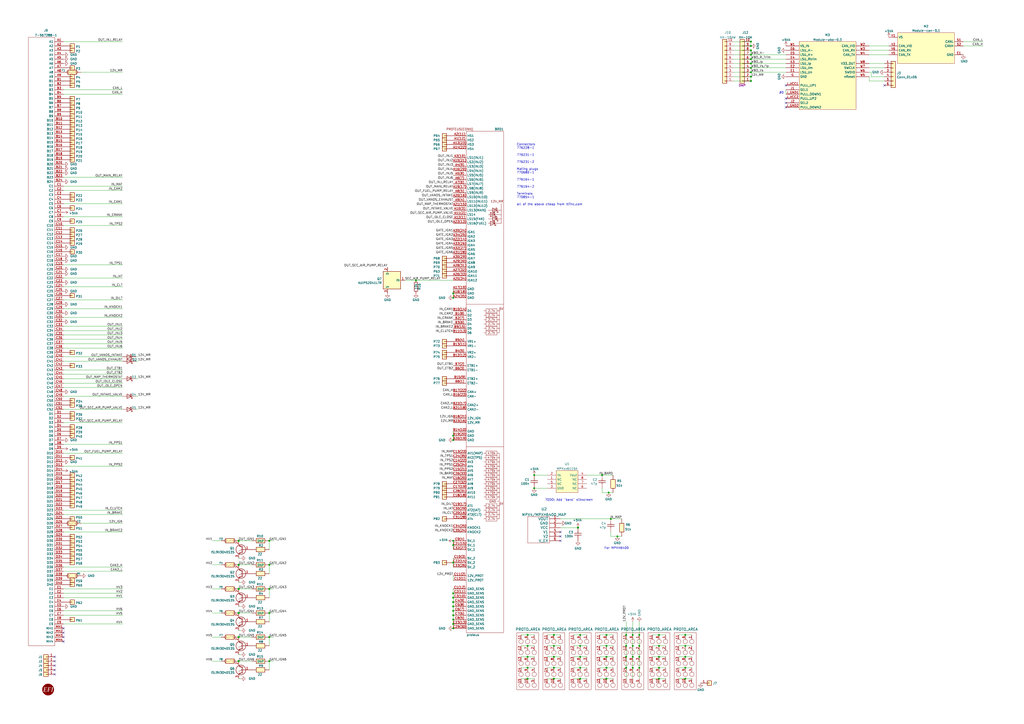
<source format=kicad_sch>
(kicad_sch (version 20210621) (generator eeschema)
  (paper "A2")
  (title_block (title "proteusM54") (date "2021-10-06") (rev "a") (company "rusEFI"))
  (junction (at 435.61 44.45))
  (junction (at 262.89 255.27))
  (junction (at 349.25 275.59))
  (junction (at 262.89 356.87))
  (junction (at 138.43 341.63) (diameter 1.016))
  (junction (at 370.84 368.3))
  (junction (at 367.03 381))
  (junction (at 382.27 387.35))
  (junction (at 336.55 374.65))
  (junction (at 138.43 383.54) (diameter 1.016))
  (junction (at 435.61 29.21))
  (junction (at 262.89 170.18))
  (junction (at 309.88 275.59))
  (junction (at 262.89 361.95))
  (junction (at 138.43 327.66) (diameter 1.016))
  (junction (at 363.22 374.65))
  (junction (at 309.88 283.21))
  (junction (at 367.03 368.3))
  (junction (at 262.89 326.39))
  (junction (at 358.14 311.15))
  (junction (at 336.55 387.35))
  (junction (at 321.31 368.3))
  (junction (at 397.51 374.65))
  (junction (at 321.31 381))
  (junction (at 397.51 381))
  (junction (at 435.61 41.91))
  (junction (at 382.27 381))
  (junction (at 351.79 368.3))
  (junction (at 336.55 381))
  (junction (at 435.61 46.99))
  (junction (at 370.84 381))
  (junction (at 354.33 300.99))
  (junction (at 382.27 374.65))
  (junction (at 156.21 341.63))
  (junction (at 397.51 368.3))
  (junction (at 435.61 34.29))
  (junction (at 335.28 306.07) (diameter 1.016))
  (junction (at 262.89 349.25))
  (junction (at 156.21 313.69))
  (junction (at 321.31 374.65))
  (junction (at 367.03 374.65))
  (junction (at 262.89 316.23))
  (junction (at 336.55 368.3))
  (junction (at 156.21 327.66))
  (junction (at 367.03 387.35))
  (junction (at 351.79 374.65))
  (junction (at 156.21 383.54))
  (junction (at 306.07 381))
  (junction (at 156.21 369.57))
  (junction (at 262.89 364.49))
  (junction (at 262.89 359.41))
  (junction (at 262.89 354.33))
  (junction (at 435.61 36.83))
  (junction (at 435.61 31.75))
  (junction (at 306.07 374.65))
  (junction (at 363.22 368.3))
  (junction (at 382.27 393.7))
  (junction (at 435.61 26.67))
  (junction (at 351.79 393.7))
  (junction (at 138.43 369.57) (diameter 1.016))
  (junction (at 435.61 39.37))
  (junction (at 397.51 393.7))
  (junction (at 262.89 252.73))
  (junction (at 363.22 381))
  (junction (at 363.22 387.35))
  (junction (at 306.07 368.3))
  (junction (at 306.07 387.35))
  (junction (at 353.06 285.75))
  (junction (at 382.27 368.3))
  (junction (at 306.07 393.7))
  (junction (at 138.43 313.69) (diameter 1.016))
  (junction (at 321.31 393.7))
  (junction (at 435.61 24.13))
  (junction (at 241.3 162.56))
  (junction (at 262.89 351.79))
  (junction (at 262.89 344.17))
  (junction (at 321.31 387.35))
  (junction (at 262.89 172.72))
  (junction (at 351.79 387.35))
  (junction (at 336.55 393.7))
  (junction (at 370.84 387.35))
  (junction (at 370.84 374.65))
  (junction (at 262.89 313.69))
  (junction (at 138.43 355.6) (diameter 1.016))
  (junction (at 397.51 387.35))
  (junction (at 262.89 346.71))
  (junction (at 156.21 355.6))
  (junction (at 351.79 381))
  (no_connect (at 325.12 313.69))
  (no_connect (at 455.93 59.69))
  (no_connect (at 31.75 383.54))
  (no_connect (at 31.75 388.62))
  (no_connect (at 31.75 381))
  (no_connect (at 31.75 386.08))
  (no_connect (at 325.12 308.61))
  (no_connect (at 455.93 62.23))
  (no_connect (at 455.93 49.53))
  (no_connect (at 36.83 367.03))
  (no_connect (at 36.83 369.57))
  (no_connect (at 36.83 372.11))
  (no_connect (at 36.83 364.49))
  (no_connect (at 325.12 311.15))
  (no_connect (at 455.93 57.15))
  (no_connect (at 31.75 391.16))
  (no_connect (at 513.08 49.53))
  (wire (pts (xy 156.21 355.6) (xy 156.21 360.68)))
  (wire (pts (xy 378.46 393.7) (xy 382.27 393.7)))
  (wire (pts (xy 358.14 311.15) (xy 360.68 311.15)))
  (wire (pts (xy 156.21 355.6) (xy 158.75 355.6)))
  (wire (pts (xy 397.51 374.65) (xy 401.32 374.65)))
  (wire (pts (xy 36.83 118.11) (xy 71.12 118.11)))
  (wire (pts (xy 309.88 275.59) (xy 317.5 275.59)))
  (wire (pts (xy 36.83 222.25) (xy 71.12 222.25)))
  (wire (pts (xy 504.19 36.83) (xy 513.08 36.83)))
  (wire (pts (xy 558.8 24.13) (xy 570.23 24.13)))
  (wire (pts (xy 363.22 360.68) (xy 363.22 368.3)))
  (wire (pts (xy 332.74 374.65) (xy 336.55 374.65)))
  (wire (pts (xy 36.83 199.39) (xy 71.12 199.39)))
  (wire (pts (xy 378.46 374.65) (xy 382.27 374.65)))
  (wire (pts (xy 349.25 275.59) (xy 355.6 275.59)))
  (wire (pts (xy 504.19 29.21) (xy 515.62 29.21)))
  (wire (pts (xy 80.01 229.87) (xy 78.74 229.87)))
  (wire (pts (xy 138.43 313.69) (xy 146.05 313.69)))
  (wire (pts (xy 435.61 31.75) (xy 455.93 31.75)))
  (wire (pts (xy 80.01 209.55) (xy 78.74 209.55)))
  (wire (pts (xy 347.98 374.65) (xy 351.79 374.65)))
  (wire (pts (xy 425.45 31.75) (xy 435.61 31.75)))
  (wire (pts (xy 504.19 26.67) (xy 515.62 26.67)))
  (wire (pts (xy 336.55 393.7) (xy 340.36 393.7)))
  (wire (pts (xy 425.45 44.45) (xy 435.61 44.45)))
  (wire (pts (xy 36.83 161.29) (xy 71.12 161.29)))
  (wire (pts (xy 358.14 311.15) (xy 354.33 311.15)))
  (wire (pts (xy 425.45 39.37) (xy 435.61 39.37)))
  (wire (pts (xy 262.89 167.64) (xy 262.89 170.18)))
  (wire (pts (xy 262.89 170.18) (xy 262.89 172.72)))
  (wire (pts (xy 504.19 41.91) (xy 505.46 41.91)))
  (wire (pts (xy 332.74 381) (xy 336.55 381)))
  (wire (pts (xy 36.83 130.81) (xy 71.12 130.81)))
  (wire (pts (xy 347.98 368.3) (xy 351.79 368.3)))
  (wire (pts (xy 317.5 393.7) (xy 321.31 393.7)))
  (wire (pts (xy 336.55 374.65) (xy 340.36 374.65)))
  (wire (pts (xy 425.45 29.21) (xy 435.61 29.21)))
  (wire (pts (xy 425.45 41.91) (xy 435.61 41.91)))
  (wire (pts (xy 139.7 393.7) (xy 138.43 393.7)))
  (wire (pts (xy 36.83 308.61) (xy 71.12 308.61)))
  (wire (pts (xy 123.19 369.57) (xy 128.27 369.57)))
  (wire (pts (xy 139.7 365.76) (xy 138.43 365.76)))
  (wire (pts (xy 156.21 341.63) (xy 156.21 346.71)))
  (wire (pts (xy 332.74 387.35) (xy 336.55 387.35)))
  (wire (pts (xy 393.7 368.3) (xy 397.51 368.3)))
  (wire (pts (xy 36.83 207.01) (xy 71.12 207.01)))
  (wire (pts (xy 351.79 393.7) (xy 355.6 393.7)))
  (wire (pts (xy 156.21 327.66) (xy 158.75 327.66)))
  (wire (pts (xy 370.84 381) (xy 370.84 387.35)))
  (wire (pts (xy 36.83 214.63) (xy 71.12 214.63)))
  (wire (pts (xy 80.01 207.01) (xy 78.74 207.01)))
  (wire (pts (xy 262.89 313.69) (xy 262.89 316.23)))
  (wire (pts (xy 262.89 316.23) (xy 262.89 318.77)))
  (wire (pts (xy 336.55 387.35) (xy 340.36 387.35)))
  (wire (pts (xy 36.83 217.17) (xy 71.12 217.17)))
  (wire (pts (xy 353.06 285.75) (xy 355.6 285.75)))
  (wire (pts (xy 335.28 306.07) (xy 325.12 306.07)))
  (wire (pts (xy 302.26 393.7) (xy 306.07 393.7)))
  (wire (pts (xy 71.12 41.91) (xy 46.99 41.91)))
  (wire (pts (xy 347.98 381) (xy 351.79 381)))
  (wire (pts (xy 325.12 300.99) (xy 354.33 300.99)))
  (wire (pts (xy 262.89 326.39) (xy 262.89 328.93)))
  (wire (pts (xy 262.89 323.85) (xy 262.89 326.39)))
  (wire (pts (xy 425.45 46.99) (xy 435.61 46.99)))
  (wire (pts (xy 36.83 224.79) (xy 71.12 224.79)))
  (wire (pts (xy 378.46 368.3) (xy 382.27 368.3)))
  (wire (pts (xy 36.83 257.81) (xy 71.12 257.81)))
  (wire (pts (xy 138.43 341.63) (xy 146.05 341.63)))
  (wire (pts (xy 397.51 387.35) (xy 401.32 387.35)))
  (wire (pts (xy 393.7 381) (xy 397.51 381)))
  (wire (pts (xy 505.46 41.91) (xy 505.46 44.45)))
  (wire (pts (xy 317.5 374.65) (xy 321.31 374.65)))
  (wire (pts (xy 36.83 346.71) (xy 71.12 346.71)))
  (wire (pts (xy 332.74 368.3) (xy 336.55 368.3)))
  (wire (pts (xy 435.61 36.83) (xy 455.93 36.83)))
  (wire (pts (xy 36.83 209.55) (xy 71.12 209.55)))
  (wire (pts (xy 36.83 229.87) (xy 71.12 229.87)))
  (wire (pts (xy 156.21 327.66) (xy 156.21 332.74)))
  (wire (pts (xy 302.26 387.35) (xy 306.07 387.35)))
  (wire (pts (xy 363.22 368.3) (xy 363.22 374.65)))
  (wire (pts (xy 378.46 381) (xy 382.27 381)))
  (wire (pts (xy 36.83 184.15) (xy 71.12 184.15)))
  (wire (pts (xy 363.22 374.65) (xy 363.22 381)))
  (wire (pts (xy 382.27 393.7) (xy 386.08 393.7)))
  (wire (pts (xy 36.83 173.99) (xy 71.12 173.99)))
  (wire (pts (xy 351.79 368.3) (xy 355.6 368.3)))
  (wire (pts (xy 321.31 393.7) (xy 325.12 393.7)))
  (wire (pts (xy 80.01 219.71) (xy 78.74 219.71)))
  (wire (pts (xy 382.27 387.35) (xy 386.08 387.35)))
  (wire (pts (xy 123.19 313.69) (xy 128.27 313.69)))
  (wire (pts (xy 139.7 337.82) (xy 138.43 337.82)))
  (wire (pts (xy 156.21 313.69) (xy 158.75 313.69)))
  (wire (pts (xy 321.31 387.35) (xy 325.12 387.35)))
  (wire (pts (xy 262.89 334.01) (xy 262.89 336.55)))
  (wire (pts (xy 382.27 374.65) (xy 386.08 374.65)))
  (wire (pts (xy 139.7 351.79) (xy 138.43 351.79)))
  (wire (pts (xy 156.21 341.63) (xy 158.75 341.63)))
  (wire (pts (xy 36.83 354.33) (xy 71.12 354.33)))
  (wire (pts (xy 340.36 275.59) (xy 349.25 275.59)))
  (wire (pts (xy 504.19 46.99) (xy 513.08 46.99)))
  (wire (pts (xy 36.83 153.67) (xy 71.12 153.67)))
  (wire (pts (xy 367.03 387.35) (xy 367.03 393.7)))
  (wire (pts (xy 367.03 368.3) (xy 367.03 374.65)))
  (wire (pts (xy 36.83 262.89) (xy 71.12 262.89)))
  (wire (pts (xy 425.45 34.29) (xy 435.61 34.29)))
  (wire (pts (xy 36.83 102.87) (xy 71.12 102.87)))
  (wire (pts (xy 306.07 381) (xy 309.88 381)))
  (wire (pts (xy 370.84 374.65) (xy 370.84 381)))
  (wire (pts (xy 302.26 381) (xy 306.07 381)))
  (wire (pts (xy 455.93 52.07) (xy 455.93 54.61)))
  (wire (pts (xy 367.03 360.68) (xy 367.03 368.3)))
  (wire (pts (xy 36.83 194.31) (xy 71.12 194.31)))
  (wire (pts (xy 370.84 387.35) (xy 370.84 393.7)))
  (wire (pts (xy 317.5 368.3) (xy 321.31 368.3)))
  (wire (pts (xy 558.8 26.67) (xy 570.23 26.67)))
  (wire (pts (xy 80.01 237.49) (xy 78.74 237.49)))
  (wire (pts (xy 36.83 110.49) (xy 71.12 110.49)))
  (wire (pts (xy 36.83 245.11) (xy 71.12 245.11)))
  (wire (pts (xy 397.51 368.3) (xy 401.32 368.3)))
  (wire (pts (xy 36.83 331.47) (xy 71.12 331.47)))
  (wire (pts (xy 351.79 387.35) (xy 355.6 387.35)))
  (wire (pts (xy 36.83 356.87) (xy 71.12 356.87)))
  (wire (pts (xy 351.79 381) (xy 355.6 381)))
  (wire (pts (xy 36.83 189.23) (xy 71.12 189.23)))
  (wire (pts (xy 435.61 41.91) (xy 455.93 41.91)))
  (wire (pts (xy 435.61 24.13) (xy 435.61 26.67)))
  (wire (pts (xy 36.83 179.07) (xy 71.12 179.07)))
  (wire (pts (xy 370.84 368.3) (xy 370.84 374.65)))
  (wire (pts (xy 393.7 393.7) (xy 397.51 393.7)))
  (wire (pts (xy 156.21 383.54) (xy 156.21 388.62)))
  (wire (pts (xy 123.19 383.54) (xy 128.27 383.54)))
  (wire (pts (xy 302.26 368.3) (xy 306.07 368.3)))
  (wire (pts (xy 435.61 29.21) (xy 435.61 31.75)))
  (wire (pts (xy 504.19 44.45) (xy 504.19 46.99)))
  (wire (pts (xy 336.55 381) (xy 340.36 381)))
  (wire (pts (xy 139.7 323.85) (xy 138.43 323.85)))
  (wire (pts (xy 425.45 36.83) (xy 435.61 36.83)))
  (wire (pts (xy 123.19 327.66) (xy 128.27 327.66)))
  (wire (pts (xy 353.06 285.75) (xy 349.25 285.75)))
  (wire (pts (xy 123.19 355.6) (xy 128.27 355.6)))
  (wire (pts (xy 306.07 374.65) (xy 309.88 374.65)))
  (wire (pts (xy 36.83 191.77) (xy 71.12 191.77)))
  (wire (pts (xy 36.83 52.07) (xy 71.12 52.07)))
  (wire (pts (xy 367.03 381) (xy 367.03 387.35)))
  (wire (pts (xy 321.31 368.3) (xy 325.12 368.3)))
  (wire (pts (xy 36.83 107.95) (xy 71.12 107.95)))
  (wire (pts (xy 332.74 393.7) (xy 336.55 393.7)))
  (wire (pts (xy 354.33 311.15) (xy 354.33 308.61)))
  (wire (pts (xy 262.89 250.19) (xy 262.89 252.73)))
  (wire (pts (xy 262.89 252.73) (xy 262.89 255.27)))
  (wire (pts (xy 435.61 44.45) (xy 435.61 46.99)))
  (wire (pts (xy 306.07 368.3) (xy 309.88 368.3)))
  (wire (pts (xy 367.03 374.65) (xy 367.03 381)))
  (wire (pts (xy 504.19 31.75) (xy 515.62 31.75)))
  (wire (pts (xy 36.83 298.45) (xy 71.12 298.45)))
  (wire (pts (xy 347.98 393.7) (xy 351.79 393.7)))
  (wire (pts (xy 123.19 341.63) (xy 128.27 341.63)))
  (wire (pts (xy 397.51 381) (xy 401.32 381)))
  (wire (pts (xy 363.22 381) (xy 363.22 387.35)))
  (wire (pts (xy 138.43 369.57) (xy 146.05 369.57)))
  (wire (pts (xy 156.21 313.69) (xy 156.21 318.77)))
  (wire (pts (xy 309.88 283.21) (xy 317.5 283.21)))
  (wire (pts (xy 138.43 355.6) (xy 146.05 355.6)))
  (wire (pts (xy 425.45 26.67) (xy 435.61 26.67)))
  (wire (pts (xy 504.19 39.37) (xy 513.08 39.37)))
  (wire (pts (xy 317.5 387.35) (xy 321.31 387.35)))
  (wire (pts (xy 306.07 387.35) (xy 309.88 387.35)))
  (wire (pts (xy 363.22 387.35) (xy 363.22 393.7)))
  (wire (pts (xy 397.51 393.7) (xy 401.32 393.7)))
  (wire (pts (xy 36.83 166.37) (xy 71.12 166.37)))
  (wire (pts (xy 425.45 24.13) (xy 435.61 24.13)))
  (wire (pts (xy 336.55 368.3) (xy 340.36 368.3)))
  (wire (pts (xy 306.07 393.7) (xy 309.88 393.7)))
  (wire (pts (xy 370.84 360.68) (xy 370.84 368.3)))
  (wire (pts (xy 156.21 383.54) (xy 158.75 383.54)))
  (wire (pts (xy 36.83 24.13) (xy 71.12 24.13)))
  (wire (pts (xy 354.33 300.99) (xy 360.68 300.99)))
  (wire (pts (xy 241.3 162.56) (xy 262.89 162.56)))
  (wire (pts (xy 393.7 374.65) (xy 397.51 374.65)))
  (wire (pts (xy 36.83 219.71) (xy 71.12 219.71)))
  (wire (pts (xy 382.27 381) (xy 386.08 381)))
  (wire (pts (xy 349.25 285.75) (xy 349.25 283.21)))
  (wire (pts (xy 36.83 344.17) (xy 71.12 344.17)))
  (wire (pts (xy 505.46 44.45) (xy 513.08 44.45)))
  (wire (pts (xy 262.89 349.25) (xy 262.89 351.79)))
  (wire (pts (xy 262.89 351.79) (xy 262.89 354.33)))
  (wire (pts (xy 262.89 346.71) (xy 262.89 349.25)))
  (wire (pts (xy 262.89 344.17) (xy 262.89 346.71)))
  (wire (pts (xy 262.89 341.63) (xy 262.89 344.17)))
  (wire (pts (xy 262.89 356.87) (xy 262.89 359.41)))
  (wire (pts (xy 262.89 354.33) (xy 262.89 356.87)))
  (wire (pts (xy 262.89 359.41) (xy 262.89 361.95)))
  (wire (pts (xy 262.89 361.95) (xy 262.89 364.49)))
  (wire (pts (xy 36.83 361.95) (xy 71.12 361.95)))
  (wire (pts (xy 139.7 379.73) (xy 138.43 379.73)))
  (wire (pts (xy 393.7 387.35) (xy 397.51 387.35)))
  (wire (pts (xy 347.98 387.35) (xy 351.79 387.35)))
  (wire (pts (xy 234.95 162.56) (xy 241.3 162.56)))
  (wire (pts (xy 36.83 196.85) (xy 71.12 196.85)))
  (wire (pts (xy 156.21 369.57) (xy 158.75 369.57)))
  (wire (pts (xy 382.27 368.3) (xy 386.08 368.3)))
  (wire (pts (xy 36.83 54.61) (xy 71.12 54.61)))
  (wire (pts (xy 435.61 39.37) (xy 455.93 39.37)))
  (wire (pts (xy 36.83 270.51) (xy 71.12 270.51)))
  (wire (pts (xy 317.5 381) (xy 321.31 381)))
  (wire (pts (xy 378.46 387.35) (xy 382.27 387.35)))
  (wire (pts (xy 321.31 381) (xy 325.12 381)))
  (wire (pts (xy 36.83 295.91) (xy 71.12 295.91)))
  (wire (pts (xy 36.83 201.93) (xy 71.12 201.93)))
  (wire (pts (xy 36.83 341.63) (xy 71.12 341.63)))
  (wire (pts (xy 138.43 327.66) (xy 146.05 327.66)))
  (wire (pts (xy 36.83 237.49) (xy 71.12 237.49)))
  (wire (pts (xy 156.21 369.57) (xy 156.21 374.65)))
  (wire (pts (xy 351.79 374.65) (xy 355.6 374.65)))
  (wire (pts (xy 138.43 383.54) (xy 146.05 383.54)))
  (wire (pts (xy 36.83 125.73) (xy 71.12 125.73)))
  (wire (pts (xy 321.31 374.65) (xy 325.12 374.65)))
  (wire (pts (xy 36.83 328.93) (xy 71.12 328.93)))
  (wire (pts (xy 435.61 34.29) (xy 455.93 34.29)))
  (wire (pts (xy 302.26 374.65) (xy 306.07 374.65)))
  (wire (pts (xy 71.12 303.53) (xy 46.99 303.53)))
  (text "Connectors\n776228-1\n\n776231-1\n\n776231-2\n\nMating plugs\n770680-1\n\n776164-1\n\n776164-2\n\nTerminals\n770854-1\n\nall of the above cheap from ttiinc.com" (at 299.72 119.38 0) (effects (font (size 1.27 1.27)) (justify left bottom)))
  (text "For MPXH6400" (at 350.52 318.77 0) (effects (font (size 1.27 1.27)) (justify left bottom)))
  (text "TODO: Add \"baro\" silkscreen" (at 316.23 290.83 0) (effects (font (size 1.27 1.27)) (justify left bottom)))
  (text "#0" (at 454.66 54.61 180) (effects (font (size 1.27 1.27)) (justify right bottom)))
  (label "OUT_SEC_AIR_PUMP_VALVE" (at 71.12 237.49 180))
  (label "WBO_Vs{slash}Ip" (at 435.61 39.37 0))
  (label "12V_MR" (at 71.12 41.91 180))
  (label "IN_TPS2" (at 262.89 267.97 180))
  (label "IN_MAF" (at 262.89 278.13 180))
  (label "OUT_IGN6" (at 138.43 383.54 0))
  (label "IN_CLUTCH" (at 262.89 193.04 180))
  (label "HV2" (at 71.12 344.17 180))
  (label "IN_IAT" (at 262.89 295.91 180))
  (label "12V_MR" (at 80.01 209.55 0))
  (label "GATE_IGN4" (at 262.89 142.24 180))
  (label "CAN2_H" (at 71.12 328.93 180))
  (label "OUT_INJ4" (at 71.12 196.85 180))
  (label "OUT_IDLE_OPEN" (at 262.89 129.54 180))
  (label "OUT_SEC_AIR_PUMP_RELAY" (at 71.12 245.11 180))
  (label "HV1" (at 123.19 313.69 180))
  (label "OUT_INJ3" (at 71.12 194.31 180))
  (label "IN_BARO" (at 262.89 275.59 180))
  (label "IN_CAM1" (at 71.12 118.11 180))
  (label "IN_OILT" (at 262.89 293.37 180))
  (label "OUT_IDLE_CLOSE" (at 262.89 127 180))
  (label "CAN_H" (at 262.89 227.33 180))
  (label "OUT_INTAKE_VALVE" (at 71.12 229.87 180))
  (label "IN_CLT" (at 71.12 166.37 180))
  (label "OUT_MAIN_RELAY" (at 262.89 109.22 180))
  (label "GATE_IGN3" (at 156.21 341.63 0))
  (label "IN_PPS2" (at 262.89 273.05 180))
  (label "OUT_INJ1" (at 71.12 189.23 180))
  (label "IN_CRANK" (at 71.12 125.73 180))
  (label "OUT_INJ6" (at 71.12 201.93 180))
  (label "HV5" (at 123.19 369.57 180))
  (label "OUT_IDLE_OPEN" (at 71.12 224.79 180))
  (label "OUT_ETB1" (at 262.89 212.09 180))
  (label "CAN_L" (at 71.12 52.07 180))
  (label "GATE_IGN5" (at 262.89 144.78 180))
  (label "OUT_IGN3" (at 138.43 341.63 0))
  (label "OUT_ETB1" (at 71.12 214.63 180))
  (label "OUT_INJ4" (at 262.89 99.06 180))
  (label "OUT_IGN2" (at 138.43 327.66 0))
  (label "12V_IGN" (at 262.89 242.57 180))
  (label "GATE_IGN6" (at 262.89 147.32 180))
  (label "IN_TPS1" (at 71.12 153.67 180))
  (label "IN_PPS1" (at 262.89 270.51 180))
  (label "IN_CAM1" (at 262.89 180.34 180))
  (label "IN_BRAKE2" (at 262.89 190.5 180))
  (label "GATE_IGN1" (at 262.89 134.62 180))
  (label "OUT_INJ_RELAY" (at 71.12 24.13 180))
  (label "OUT_SEC_AIR_PUMP_RELAY" (at 224.79 154.94 180))
  (label "12V_MR" (at 80.01 207.01 0))
  (label "IN_KNOCK1" (at 71.12 179.07 180))
  (label "OUT_INJ5" (at 262.89 101.6 180))
  (label "OUT_INJ1" (at 262.89 91.44 180))
  (label "IN_MAP" (at 262.89 262.89 180))
  (label "HV3" (at 123.19 341.63 180))
  (label "OUT_INJ3" (at 262.89 96.52 180))
  (label "HV6" (at 71.12 354.33 180))
  (label "HV3" (at 71.12 341.63 180))
  (label "IN_MAP" (at 360.68 300.99 180))
  (label "IN_PPS2" (at 71.12 270.51 180))
  (label "GATE_IGN2" (at 262.89 137.16 180))
  (label "CAN_L" (at 570.23 24.13 180))
  (label "GATE_IGN5" (at 156.21 369.57 0))
  (label "HV1" (at 71.12 346.71 180))
  (label "GATE_IGN2" (at 156.21 327.66 0))
  (label "12V_MR" (at 262.89 245.11 180))
  (label "OUT_INJ_RELAY" (at 262.89 106.68 180))
  (label "OUT_SEC_AIR_PUMP_VALVE" (at 262.89 124.46 180))
  (label "IN_TPS2" (at 71.12 130.81 180))
  (label "IN_KNOCK2" (at 262.89 308.61 180))
  (label "OUT_MAP_THERMOSTAT" (at 262.89 119.38 180))
  (label "CAN_L" (at 262.89 229.87 180))
  (label "GATE_IGN6" (at 156.21 383.54 0))
  (label "HV4" (at 71.12 361.95 180))
  (label "OUT_IDLE_CLOSE" (at 71.12 222.25 180))
  (label "SEC_AIR_PUMP_RELAY" (at 234.95 162.56 0))
  (label "12V_IGN" (at 71.12 303.53 180))
  (label "OUT_IGN5" (at 138.43 369.57 0))
  (label "CAN_H" (at 71.12 54.61 180))
  (label "HV5" (at 71.12 356.87 180))
  (label "GATE_IGN4" (at 156.21 355.6 0))
  (label "OUT_INJ5" (at 71.12 199.39 180))
  (label "12V_MR" (at 80.01 219.71 0))
  (label "12V_PROT" (at 262.89 334.01 180))
  (label "OUT_INTAKE_VALVE" (at 262.89 121.92 180))
  (label "OUT_VANOS_INTAKE" (at 262.89 114.3 180))
  (label "CAN2_H" (at 262.89 234.95 180))
  (label "OUT_FUEL_PUMP_RELAY" (at 71.12 262.89 180))
  (label "OUT_ETB2" (at 71.12 217.17 180))
  (label "OUT_MAIN_RELAY" (at 71.12 102.87 180))
  (label "IN_OILT" (at 71.12 173.99 180))
  (label "CAN2_L" (at 262.89 237.49 180))
  (label "IN_BRAKE" (at 71.12 298.45 180))
  (label "OUT_MAP_THERMOSTAT" (at 71.12 219.71 180))
  (label "OUT_IGN1" (at 138.43 313.69 0))
  (label "IN_CLUTCH" (at 71.12 295.91 180))
  (label "HV4" (at 123.19 355.6 180))
  (label "IN_KNOCK1" (at 262.89 306.07 180))
  (label "GATE_IGN3" (at 262.89 139.7 180))
  (label "GATE_IGN1" (at 156.21 313.69 0))
  (label "OUT_FUEL_PUMP_RELAY" (at 262.89 111.76 180))
  (label "IN_PPS1" (at 71.12 257.81 180))
  (label "IN_CRANK" (at 262.89 185.42 180))
  (label "IN_TPS1" (at 262.89 265.43 180))
  (label "IN_BARO" (at 355.6 275.59 180))
  (label "WBO_H-" (at 435.61 31.75 0))
  (label "OUT_VANOS_EXHAUST" (at 262.89 116.84 180))
  (label "12V_PROT" (at 363.22 360.68 90))
  (label "12V_MR" (at 80.01 237.49 0))
  (label "IN_KNOCK2" (at 71.12 184.15 180))
  (label "WBO_Vs" (at 435.61 41.91 0))
  (label "12V_MR" (at 435.61 44.45 0))
  (label "HV6" (at 123.19 383.54 180))
  (label "OUT_INJ2" (at 262.89 93.98 180))
  (label "IN_BRAKE2" (at 71.12 308.61 180))
  (label "WBO_R_Trim" (at 435.61 34.29 0))
  (label "IN_MAF" (at 71.12 107.95 180))
  (label "CAN2_L" (at 71.12 331.47 180))
  (label "IN_CAM2" (at 262.89 182.88 180))
  (label "12V_MR" (at 80.01 229.87 0))
  (label "OUT_VANOS_EXHAUST" (at 71.12 209.55 180))
  (label "OUT_VANOS_INTAKE" (at 71.12 207.01 180))
  (label "OUT_INJ2" (at 71.12 191.77 180))
  (label "IN_BRAKE" (at 262.89 187.96 180))
  (label "OUT_INJ6" (at 262.89 104.14 180))
  (label "OUT_IGN4" (at 138.43 355.6 0))
  (label "IN_CAM2" (at 71.12 110.49 180))
  (label "WBO_Ip" (at 435.61 36.83 0))
  (label "CAN_H" (at 570.23 26.67 180))
  (label "OUT_ETB2" (at 262.89 214.63 180))
  (label "HV2" (at 123.19 327.66 180))
  (label "IN_CLT" (at 262.89 298.45 180))
  (label "IN_IAT" (at 71.12 161.29 180))
  (symbol (lib_id "hellen-one-common:Pad") (at 257.81 288.29 180) (unit 1)
    (property "Reference" "P81" (at 253.3015 288.29 0))
    (property "Value" "Pad" (effects hide))
    (property "Footprint" "hellen-one-common:PAD-TH" (effects hide))
  )
  (symbol (lib_id "hellen-one-common:Fuse-Pad-Pad") (at 133.35 327.66 0) (unit 1)
    (property "Reference" "F4" (at 128.27 326.5748 0) (effects (font (size 1.016 1.016))))
    (property "Value" "10A" (effects hide))
    (property "Footprint" "hellen-one-common:36911600000" (effects hide))
    (property "LCSC" "C354908" (effects hide))
  )
  (symbol (lib_id "power:GND") (at 139.7 393.7 90) (unit 1)
    (property "Reference" "#PWR0128" (effects hide))
    (property "Value" "GND" (at 146.1834 393.6492 90))
  )
  (symbol (lib_id "hellen-one-common:Pad") (at 257.81 200.66 180) (unit 1)
    (property "Reference" "P73" (at 253.3015 200.66 0))
    (property "Value" "Pad" (effects hide))
    (property "Footprint" "hellen-one-common:PAD-TH" (effects hide))
  )
  (symbol (lib_id "hellen-one-common:Pad") (at 41.91 133.35 0) (unit 1)
    (property "Reference" "P26" (at 43.9421 133.829 0) (effects (justify left)))
    (property "Value" "Pad" (effects hide))
    (property "Footprint" "hellen-one-common:PAD-TH" (effects hide))
  )
  (symbol (lib_id "power:+5VA") (at 36.83 123.19 270) (unit 1)
    (property "Reference" "#PWR0105" (effects hide))
    (property "Value" "+5VA" (at 40.0051 123.669 90) (effects (justify left)))
  )
  (symbol (lib_id "hellen-one-common:Pad") (at 257.81 285.75 180) (unit 1)
    (property "Reference" "P80" (at 253.3015 285.75 0))
    (property "Value" "Pad" (effects hide))
    (property "Footprint" "hellen-one-common:PAD-TH" (effects hide))
  )
  (symbol (lib_id "hellen-one-common:PROTO_AREA") (at 340.36 367.03 270) (unit 1)
    (property "Reference" "G4" (effects hide))
    (property "Value" "PROTO_AREA" (at 329.5555 365.0663 90) (effects (font (size 1.524 1.524)) (justify left)))
    (property "Footprint" "hellen-one-common:PROTO_AREA" (effects hide))
  )
  (symbol (lib_id "power:GND") (at 358.14 311.15 0) (unit 1)
    (property "Reference" "#PWR07" (effects hide))
    (property "Value" "GND" (at 360.1336 314.9868 0) (effects (justify right)))
  )
  (symbol (lib_id "power:GND") (at 262.89 364.49 270) (unit 1)
    (property "Reference" "#PWR0121" (effects hide))
    (property "Value" "GND" (at 256.4066 364.5408 90))
  )
  (symbol (lib_id "power:GND") (at 36.83 36.83 90) (unit 1)
    (property "Reference" "#PWR0118" (effects hide))
    (property "Value" "GND" (at 40.64 36.83 90) (effects (justify right)))
  )
  (symbol (lib_id "hellen-one-common:Pad") (at 41.91 92.71 0) (unit 1)
    (property "Reference" "P21" (at 43.9421 93.189 0) (effects (justify left)))
    (property "Value" "Pad" (effects hide))
    (property "Footprint" "hellen-one-common:PAD-TH" (effects hide))
  )
  (symbol (lib_id "hellen-one-common:Pad") (at 41.91 323.85 0) (unit 1)
    (property "Reference" "P57" (at 43.9421 324.329 0) (effects (justify left)))
    (property "Value" "Pad" (effects hide))
    (property "Footprint" "hellen-one-common:PAD-TH" (effects hide))
  )
  (symbol (lib_id "hellen-one-common:Pad") (at 257.81 83.82 180) (unit 1)
    (property "Reference" "P66" (at 253.3015 83.82 0))
    (property "Value" "Pad" (effects hide))
    (property "Footprint" "hellen-one-common:PAD-TH" (effects hide))
  )
  (symbol (lib_id "hellen-one-common:Pad") (at 41.91 120.65 0) (unit 1)
    (property "Reference" "P24" (at 43.9421 121.129 0) (effects (justify left)))
    (property "Value" "Pad" (effects hide))
    (property "Footprint" "hellen-one-common:PAD-TH" (effects hide))
  )
  (symbol (lib_id "power:GND") (at 36.83 156.21 90) (unit 1)
    (property "Reference" "#PWR0109" (effects hide))
    (property "Value" "GND" (at 40.64 156.21 90) (effects (justify right)))
  )
  (symbol (lib_id "hellen-one-common:Pad") (at 257.81 300.99 180) (unit 1)
    (property "Reference" "P82" (at 253.3015 300.99 0))
    (property "Value" "Pad" (effects hide))
    (property "Footprint" "hellen-one-common:PAD-TH" (effects hide))
  )
  (symbol (lib_id "Device:Q_NIGBT_GCE") (at 140.97 388.62 0) (mirror y) (unit 1)
    (property "Reference" "Q6" (at 136.1185 387.8591 0) (effects (justify left)))
    (property "Value" "ISL9V3040S3S" (at 136.1185 390.1578 0) (effects (justify left)))
    (property "Footprint" "Package_TO_SOT_SMD:TO-263-2" (effects hide))
    (property "LCSC" "C898702" (effects hide))
  )
  (symbol (lib_id "hellen-one-common:Pad") (at 41.91 232.41 0) (unit 1)
    (property "Reference" "P34" (at 43.9421 232.889 0) (effects (justify left)))
    (property "Value" "Pad" (effects hide))
    (property "Footprint" "hellen-one-common:PAD-TH" (effects hide))
  )
  (symbol (lib_id "Device:D_Schottky") (at 74.93 237.49 180) (unit 1)
    (property "Reference" "D5" (at 77.6709 236.4766 0))
    (property "Value" "D_Schottky" (effects hide))
    (property "Footprint" "Diode_SMD:D_SMA" (effects hide))
    (property "LCSC" "C8678" (effects hide))
    (property "LCSC_ext" "0" (effects hide))
  )
  (symbol (lib_id "hellen-one-common:Pad") (at 257.81 86.36 180) (unit 1)
    (property "Reference" "P67" (at 253.3015 86.36 0))
    (property "Value" "Pad" (effects hide))
    (property "Footprint" "hellen-one-common:PAD-TH" (effects hide))
  )
  (symbol (lib_id "hellen-one-common:Pad") (at 257.81 326.39 180) (unit 1)
    (property "Reference" "P83" (at 253.3015 326.39 0))
    (property "Value" "Pad" (effects hide))
    (property "Footprint" "hellen-one-common:PAD-TH" (effects hide))
  )
  (symbol (lib_id "hellen-one-common:Pad") (at 257.81 81.28 180) (unit 1)
    (property "Reference" "P65" (at 253.3015 81.28 0))
    (property "Value" "Pad" (effects hide))
    (property "Footprint" "hellen-one-common:PAD-TH" (effects hide))
  )
  (symbol (lib_id "hellen-one-common:Res") (at 355.6 275.59 270) (unit 1)
    (property "Reference" "R5" (at 359.1981 278.9901 90))
    (property "Value" "51k" (at 359.2599 281.6183 90))
    (property "Footprint" "hellen-one-common:R0603" (effects hide))
    (property "LCSC" "C23196" (effects hide))
  )
  (symbol (lib_id "hellen-one-wbo-0.3:Module-wbo-0.3") (at 496.57 24.13 0) (mirror y) (unit 1)
    (property "Reference" "M3" (at 480.06 20.2904 0))
    (property "Value" "Module-wbo-0.3" (at 480.06 23.0655 0))
    (property "Footprint" "hellen-one-wbo-0.3:wbo" (effects hide))
  )
  (symbol (lib_id "hellen-one-common:Pad") (at 41.91 62.23 0) (unit 1)
    (property "Reference" "P9" (at 43.9421 62.709 0) (effects (justify left)))
    (property "Value" "Pad" (effects hide))
    (property "Footprint" "hellen-one-common:PAD-TH" (effects hide))
  )
  (symbol (lib_id "hellen-one-common:Pad") (at 41.91 29.21 0) (unit 1)
    (property "Reference" "P2" (at 43.9421 29.689 0) (effects (justify left)))
    (property "Value" "Pad" (effects hide))
    (property "Footprint" "hellen-one-common:PAD-TH" (effects hide))
  )
  (symbol (lib_id "hellen-one-common:Pad") (at 41.91 313.69 0) (unit 1)
    (property "Reference" "P53" (at 43.9421 314.169 0) (effects (justify left)))
    (property "Value" "Pad" (effects hide))
    (property "Footprint" "hellen-one-common:PAD-TH" (effects hide))
  )
  (symbol (lib_id "hellen-one-common:Pad") (at 41.91 39.37 0) (unit 1)
    (property "Reference" "P3" (at 43.9421 39.849 0) (effects (justify left)))
    (property "Value" "Pad" (effects hide))
    (property "Footprint" "hellen-one-common:PAD-TH" (effects hide))
  )
  (symbol (lib_id "Device:D_Schottky") (at 74.93 229.87 180) (unit 1)
    (property "Reference" "D4" (at 77.6709 228.8566 0))
    (property "Value" "D_Schottky" (effects hide))
    (property "Footprint" "Diode_SMD:D_SMA" (effects hide))
    (property "LCSC" "C8678" (effects hide))
    (property "LCSC_ext" "0" (effects hide))
  )
  (symbol (lib_id "hellen-one-common:Pad") (at 257.81 160.02 180) (unit 1)
    (property "Reference" "P71" (at 253.3015 160.02 0))
    (property "Value" "Pad" (effects hide))
    (property "Footprint" "hellen-one-common:PAD-TH" (effects hide))
  )
  (symbol (lib_id "hellen-one-common:Pad") (at 41.91 278.13 0) (unit 1)
    (property "Reference" "P43" (at 43.9421 278.609 0) (effects (justify left)))
    (property "Value" "Pad" (effects hide))
    (property "Footprint" "hellen-one-common:PAD-TH" (effects hide))
  )
  (symbol (lib_id "power:+5VA") (at 455.93 26.67 0) (unit 1)
    (property "Reference" "#PWR0142" (effects hide))
    (property "Value" "+5VA" (at 455.93 23.1226 0))
  )
  (symbol (lib_id "hellen-one-common:Pad") (at 41.91 349.25 0) (unit 1)
    (property "Reference" "P62" (at 43.9421 349.729 0) (effects (justify left)))
    (property "Value" "Pad" (effects hide))
    (property "Footprint" "hellen-one-common:PAD-TH" (effects hide))
  )
  (symbol (lib_id "hellen-one-common:Pad") (at 41.91 67.31 0) (unit 1)
    (property "Reference" "P11" (at 43.9421 67.789 0) (effects (justify left)))
    (property "Value" "Pad" (effects hide))
    (property "Footprint" "hellen-one-common:PAD-TH" (effects hide))
  )
  (symbol (lib_id "power:GND") (at 36.83 34.29 90) (unit 1)
    (property "Reference" "#PWR0119" (effects hide))
    (property "Value" "GND" (at 40.64 34.29 90) (effects (justify right)))
  )
  (symbol (lib_id "power:+5VA") (at 309.88 275.59 0) (unit 1)
    (property "Reference" "#PWR0137" (effects hide))
    (property "Value" "+5VA" (at 309.88 272.0426 0))
  )
  (symbol (lib_id "hellen-one-common:Pad") (at 41.91 80.01 0) (unit 1)
    (property "Reference" "P16" (at 43.9421 80.489 0) (effects (justify left)))
    (property "Value" "Pad" (effects hide))
    (property "Footprint" "hellen-one-common:PAD-TH" (effects hide))
  )
  (symbol (lib_id "hellen-one-common:Pad") (at 41.91 252.73 0) (unit 1)
    (property "Reference" "P40" (at 43.9421 253.209 0) (effects (justify left)))
    (property "Value" "Pad" (effects hide))
    (property "Footprint" "hellen-one-common:PAD-TH" (effects hide))
  )
  (symbol (lib_id "hellen-one-common:Pad") (at 41.91 26.67 0) (unit 1)
    (property "Reference" "P1" (at 43.9421 27.149 0) (effects (justify left)))
    (property "Value" "Pad" (effects hide))
    (property "Footprint" "hellen-one-common:PAD-TH" (effects hide))
  )
  (symbol (lib_id "Device:D_Schottky") (at 74.93 207.01 180) (unit 1)
    (property "Reference" "D1" (at 77.6709 205.9966 0))
    (property "Value" "D_Schottky" (effects hide))
    (property "Footprint" "Diode_SMD:D_SMA" (effects hide))
    (property "LCSC" "C8678" (effects hide))
    (property "LCSC_ext" "0" (effects hide))
  )
  (symbol (lib_id "hellen-one-common:Pad") (at 41.91 336.55 0) (unit 1)
    (property "Reference" "P59" (at 43.9421 337.029 0) (effects (justify left)))
    (property "Value" "Pad" (effects hide))
    (property "Footprint" "hellen-one-common:PAD-TH" (effects hide))
  )
  (symbol (lib_id "rusefi_logo:RUSEFI_LOGO") (at 27.94 400.05 0) (unit 1)
    (property "Reference" "G1" (effects hide))
    (property "Value" "RUSEFI_LOGO" (effects hide))
    (property "Footprint" "kicad6-libraries:rusefi_logo" (effects hide))
  )
  (symbol (lib_id "hellen-one-common:Jumper-Pad-Pad") (at 41.91 334.01 0) (unit 1)
    (property "Reference" "R1" (at 45.72 332.74 0) (effects (font (size 1.016 1.016))))
    (property "Value" "Jumper-Pad-Pad" (effects hide))
    (property "Footprint" "hellen-one-common:PAD-0805-PAD" (effects hide))
    (property "LCSC" "C17477" (effects hide))
  )
  (symbol (lib_id "power:GND") (at 353.06 285.75 0) (unit 1)
    (property "Reference" "#PWR0136" (effects hide))
    (property "Value" "GND" (at 355.0536 289.5868 0) (effects (justify right)))
  )
  (symbol (lib_id "hellen-one-common:Res") (at 146.05 360.68 0) (mirror x) (unit 1)
    (property "Reference" "R7" (at 151.372 358.3318 0))
    (property "Value" "22" (at 150.8161 363.3556 0))
    (property "Footprint" "hellen-one-common:R0603" (effects hide))
    (property "LCSC" "C23345" (effects hide))
  )
  (symbol (lib_id "Connector_Generic:Conn_01x06") (at 518.16 41.91 0) (unit 1)
    (property "Reference" "J3" (at 520.1921 42.4191 0) (effects (justify left)))
    (property "Value" "Conn_01x06" (at 520.1921 44.7178 0) (effects (justify left)))
    (property "Footprint" "Connector_PinHeader_2.54mm:PinHeader_1x06_P2.54mm_Vertical" (effects hide))
  )
  (symbol (lib_id "Connector_Generic:Conn_01x01") (at 411.48 396.24 0) (unit 1)
    (property "Reference" "J7" (at 413.512 396.3416 0) (effects (justify left)))
    (property "Value" "Conn_01x01" (effects hide))
    (property "Footprint" "TestPoint:TestPoint_Pad_D4.0mm" (effects hide))
  )
  (symbol (lib_id "hellen-one-common:Pad") (at 257.81 280.67 180) (unit 1)
    (property "Reference" "P78" (at 253.3015 280.67 0))
    (property "Value" "Pad" (effects hide))
    (property "Footprint" "hellen-one-common:PAD-TH" (effects hide))
  )
  (symbol (lib_id "Connector_Generic:Conn_01x01") (at 26.67 381 0) (mirror y) (unit 1)
    (property "Reference" "J1" (at 24.638 381.1016 0) (effects (justify left)))
    (property "Value" "Conn_01x01" (effects hide))
    (property "Footprint" "MountingHole:MountingHole_3.5mm" (effects hide))
  )
  (symbol (lib_id "Device:Q_NIGBT_GCE") (at 140.97 360.68 0) (mirror y) (unit 1)
    (property "Reference" "Q4" (at 136.1185 359.9191 0) (effects (justify left)))
    (property "Value" "ISL9V3040S3S" (at 136.1185 362.2178 0) (effects (justify left)))
    (property "Footprint" "Package_TO_SOT_SMD:TO-263-2" (effects hide))
    (property "LCSC" "C898702" (effects hide))
  )
  (symbol (lib_id "hellen-one-common:Pad") (at 257.81 157.48 180) (unit 1)
    (property "Reference" "P63" (at 253.3015 157.48 0))
    (property "Value" "Pad" (effects hide))
    (property "Footprint" "hellen-one-common:PAD-TH" (effects hide))
  )
  (symbol (lib_id "hellen-one-common:Fuse-Pad-Pad") (at 133.35 341.63 0) (unit 1)
    (property "Reference" "F5" (at 128.27 340.5448 0) (effects (font (size 1.016 1.016))))
    (property "Value" "10A" (effects hide))
    (property "Footprint" "hellen-one-common:36911600000" (effects hide))
    (property "LCSC" "C354908" (effects hide))
  )
  (symbol (lib_id "Connector_Generic:Conn_01x10") (at 430.53 36.83 180) (unit 1) (in_bom no) (on_board no)
    (property "Reference" "J12" (at 432.3715 18.8934 0))
    (property "Value" "XH-10A" (at 432.3715 21.6685 0))
    (property "Footprint" "Connector_JST:JST_XH_B10B-XH-A_1x10_P2.50mm_Vertical" (effects hide))
    (property "LCSC" "C8885" (effects hide))
    (property "MyComment" "DNP" (at 430.53 49.53 0))
  )
  (symbol (lib_id "power:+5VA") (at 262.89 313.69 90) (unit 1)
    (property "Reference" "#PWR0122" (effects hide))
    (property "Value" "+5VA" (at 259.7149 313.211 90) (effects (justify left)))
  )
  (symbol (lib_id "hellen-one-common:Pad") (at 41.91 146.05 0) (unit 1)
    (property "Reference" "P30" (at 43.9421 146.529 0) (effects (justify left)))
    (property "Value" "Pad" (effects hide))
    (property "Footprint" "hellen-one-common:PAD-TH" (effects hide))
  )
  (symbol (lib_id "Device:D_Schottky") (at 74.93 219.71 180) (unit 1)
    (property "Reference" "D3" (at 77.6709 218.6966 0))
    (property "Value" "D_Schottky" (effects hide))
    (property "Footprint" "Diode_SMD:D_SMA" (effects hide))
    (property "LCSC" "C8678" (effects hide))
    (property "LCSC_ext" "0" (effects hide))
  )
  (symbol (lib_id "hellen-one-common:Pad") (at 41.91 318.77 0) (unit 1)
    (property "Reference" "P55" (at 43.9421 319.249 0) (effects (justify left)))
    (property "Value" "Pad" (effects hide))
    (property "Footprint" "hellen-one-common:PAD-TH" (effects hide))
  )
  (symbol (lib_id "power:GND") (at 241.3 170.18 0) (unit 1)
    (property "Reference" "#PWR0123" (effects hide))
    (property "Value" "GND" (at 241.3 173.99 0))
  )
  (symbol (lib_id "power:GND") (at 558.8 31.75 0) (unit 1)
    (property "Reference" "#PWR012" (effects hide))
    (property "Value" "GND" (at 561.34 35.56 0) (effects (justify right)))
  )
  (symbol (lib_id "power:GND") (at 36.83 97.79 90) (unit 1)
    (property "Reference" "#PWR0101" (effects hide))
    (property "Value" "GND" (at 40.64 97.79 90) (effects (justify right)))
  )
  (symbol (lib_id "hellen-one-common:Pad") (at 257.81 283.21 180) (unit 1)
    (property "Reference" "P79" (at 253.3015 283.21 0))
    (property "Value" "Pad" (effects hide))
    (property "Footprint" "hellen-one-common:PAD-TH" (effects hide))
  )
  (symbol (lib_id "power:GND") (at 36.83 181.61 90) (unit 1)
    (property "Reference" "#PWR0111" (effects hide))
    (property "Value" "GND" (at 40.64 181.61 90) (effects (justify right)))
  )
  (symbol (lib_id "power:GND") (at 36.83 176.53 90) (unit 1)
    (property "Reference" "#PWR0113" (effects hide))
    (property "Value" "GND" (at 40.64 176.53 90) (effects (justify right)))
  )
  (symbol (lib_id "Device:R") (at 241.3 166.37 0) (mirror x) (unit 1)
    (property "Reference" "R16" (at 243.32 166.3078 90))
    (property "Value" "10k" (at 241.3455 166.1698 90))
    (property "Footprint" "Resistor_SMD:R_0402_1005Metric" (effects hide))
    (property "LCSC" "C60489" (effects hide))
  )
  (symbol (lib_id "hellen-one-common:Res") (at 156.21 369.57 0) (mirror y) (unit 1)
    (property "Reference" "R14" (at 150.8096 366.9253 0))
    (property "Value" "DNP" (at 151.1565 369.7327 0))
    (property "Footprint" "Resistor_SMD:R_2512_6332Metric" (effects hide))
  )
  (symbol (lib_id "hellen-one-common:Pad") (at 257.81 78.74 180) (unit 1)
    (property "Reference" "P64" (at 253.3015 78.74 0))
    (property "Value" "Pad" (effects hide))
    (property "Footprint" "hellen-one-common:PAD-TH" (effects hide))
  )
  (symbol (lib_id "Connector_Generic:Conn_01x01") (at 26.67 386.08 0) (mirror y) (unit 1)
    (property "Reference" "J4" (at 24.638 386.1816 0) (effects (justify left)))
    (property "Value" "Conn_01x01" (effects hide))
    (property "Footprint" "MountingHole:MountingHole_5.5mm" (effects hide))
  )
  (symbol (lib_id "power:GND") (at 36.83 227.33 90) (unit 1)
    (property "Reference" "#PWR0116" (effects hide))
    (property "Value" "GND" (at 40.64 227.33 90) (effects (justify right)))
  )
  (symbol (lib_id "hellen-one-common:Res") (at 156.21 383.54 0) (mirror y) (unit 1)
    (property "Reference" "R15" (at 150.8096 380.8953 0))
    (property "Value" "DNP" (at 151.1565 383.7027 0))
    (property "Footprint" "Resistor_SMD:R_2512_6332Metric" (effects hide))
  )
  (symbol (lib_id "power:GND") (at 262.89 255.27 270) (unit 1)
    (property "Reference" "#PWR0120" (effects hide))
    (property "Value" "GND" (at 256.4066 255.3208 90))
  )
  (symbol (lib_id "hellen-one-common:Res") (at 146.05 332.74 0) (mirror x) (unit 1)
    (property "Reference" "R3" (at 151.372 330.3918 0))
    (property "Value" "22" (at 150.8161 335.4156 0))
    (property "Footprint" "hellen-one-common:R0603" (effects hide))
    (property "LCSC" "C23345" (effects hide))
  )
  (symbol (lib_id "hellen-one-common:Pad") (at 41.91 69.85 0) (unit 1)
    (property "Reference" "P12" (at 43.9421 70.329 0) (effects (justify left)))
    (property "Value" "Pad" (effects hide))
    (property "Footprint" "hellen-one-common:PAD-TH" (effects hide))
  )
  (symbol (lib_id "power:GND") (at 139.7 337.82 90) (unit 1)
    (property "Reference" "#PWR0135" (effects hide))
    (property "Value" "GND" (at 146.1834 337.7692 90))
  )
  (symbol (lib_id "Device:Q_NIGBT_GCE") (at 140.97 332.74 0) (mirror y) (unit 1)
    (property "Reference" "Q2" (at 136.1185 331.9791 0) (effects (justify left)))
    (property "Value" "ISL9V3040S3S" (at 136.1185 334.2778 0) (effects (justify left)))
    (property "Footprint" "Package_TO_SOT_SMD:TO-263-2" (effects hide))
    (property "LCSC" "C898702" (effects hide))
  )
  (symbol (lib_id "power:GND") (at 36.83 255.27 90) (unit 1)
    (property "Reference" "#PWR0131" (effects hide))
    (property "Value" "GND" (at 40.64 255.27 90) (effects (justify right)))
  )
  (symbol (lib_id "hellen-one-common:Pad") (at 41.91 113.03 0) (unit 1)
    (property "Reference" "P22" (at 43.9421 113.509 0) (effects (justify left)))
    (property "Value" "Pad" (effects hide))
    (property "Footprint" "hellen-one-common:PAD-TH" (effects hide))
  )
  (symbol (lib_id "hellen-one-common:Pad") (at 41.91 140.97 0) (unit 1)
    (property "Reference" "P29" (at 43.9421 141.449 0) (effects (justify left)))
    (property "Value" "Pad" (effects hide))
    (property "Footprint" "hellen-one-common:PAD-TH" (effects hide))
  )
  (symbol (lib_id "hellen-one-common:Res") (at 146.05 374.65 0) (mirror x) (unit 1)
    (property "Reference" "R8" (at 151.372 372.3018 0))
    (property "Value" "22" (at 150.8161 377.3256 0))
    (property "Footprint" "hellen-one-common:R0603" (effects hide))
    (property "LCSC" "C23345" (effects hide))
  )
  (symbol (lib_id "Connector_Generic:Conn_01x10") (at 420.37 36.83 180) (unit 1)
    (property "Reference" "J10" (at 422.2115 18.8934 0))
    (property "Value" "XH-10AW" (at 422.2115 21.6685 0))
    (property "Footprint" "Connector_JST:JST_XH_S10B-XH-A_1x10_P2.50mm_Horizontal" (effects hide))
    (property "LCSC" "C14652" (effects hide))
  )
  (symbol (lib_id "power:GND") (at 36.83 31.75 90) (unit 1)
    (property "Reference" "#PWR0117" (effects hide))
    (property "Value" "GND" (at 40.64 31.75 90) (effects (justify right)))
  )
  (symbol (lib_id "power:+5VA") (at 515.62 21.59 0) (unit 1)
    (property "Reference" "#PWR0143" (effects hide))
    (property "Value" "+5VA" (at 515.62 18.0426 0))
  )
  (symbol (lib_id "hellen-one-common:Pad") (at 41.91 72.39 0) (unit 1)
    (property "Reference" "P13" (at 43.9421 72.869 0) (effects (justify left)))
    (property "Value" "Pad" (effects hide))
    (property "Footprint" "hellen-one-common:PAD-TH" (effects hide))
  )
  (symbol (lib_id "hellen-one-common:PROTO_AREA") (at 386.08 367.03 270) (unit 1)
    (property "Reference" "G7" (effects hide))
    (property "Value" "PROTO_AREA" (at 375.2755 365.0663 90) (effects (font (size 1.524 1.524)) (justify left)))
    (property "Footprint" "hellen-one-common:PROTO_AREA" (effects hide))
  )
  (symbol (lib_id "hellen-one-common:Pad") (at 257.81 149.86 180) (unit 1)
    (property "Reference" "P68" (at 253.3015 149.86 0))
    (property "Value" "Pad" (effects hide))
    (property "Footprint" "hellen-one-common:PAD-TH" (effects hide))
  )
  (symbol (lib_id "power:GND") (at 455.93 44.45 270) (mirror x) (unit 1)
    (property "Reference" "#PWR010" (effects hide))
    (property "Value" "GND" (at 451.9866 44.3992 0))
  )
  (symbol (lib_id "power:GND") (at 46.99 334.01 90) (unit 1)
    (property "Reference" "#PWR0127" (effects hide))
    (property "Value" "GND" (at 50.8 334.01 90) (effects (justify right)))
  )
  (symbol (lib_id "hellen-one-common:Pad") (at 41.91 240.03 0) (unit 1)
    (property "Reference" "P36" (at 43.9421 240.509 0) (effects (justify left)))
    (property "Value" "Pad" (effects hide))
    (property "Footprint" "hellen-one-common:PAD-TH" (effects hide))
  )
  (symbol (lib_id "hellen-one-common:Pad") (at 41.91 138.43 0) (unit 1)
    (property "Reference" "P28" (at 43.9421 138.909 0) (effects (justify left)))
    (property "Value" "Pad" (effects hide))
    (property "Footprint" "hellen-one-common:PAD-TH" (effects hide))
  )
  (symbol (lib_id "MPX_SOP_SSOP:MPXxx6115A") (at 322.58 273.05 0) (unit 1)
    (property "Reference" "U1" (at 328.93 269.1342 0))
    (property "Value" "MPXxx6115A" (at 328.93 271.9093 0))
    (property "Footprint" "kicad6-libraries:MPX_SOP_SSOP" (effects hide))
  )
  (symbol (lib_id "power:GND") (at 325.12 303.53 90) (mirror x) (unit 1)
    (property "Reference" "#PWR0141" (effects hide))
    (property "Value" "GND" (at 329.565 303.53 90))
  )
  (symbol (lib_id "hellen-one-common:Pad") (at 41.91 128.27 0) (unit 1)
    (property "Reference" "P25" (at 43.9421 128.749 0) (effects (justify left)))
    (property "Value" "Pad" (effects hide))
    (property "Footprint" "hellen-one-common:PAD-TH" (effects hide))
  )
  (symbol (lib_id "hellen-one-common:PROTO_AREA") (at 325.12 367.03 270) (unit 1)
    (property "Reference" "G3" (effects hide))
    (property "Value" "PROTO_AREA" (at 314.3155 365.0663 90) (effects (font (size 1.524 1.524)) (justify left)))
    (property "Footprint" "hellen-one-common:PROTO_AREA" (effects hide))
  )
  (symbol (lib_id "power:GND") (at 513.08 41.91 270) (mirror x) (unit 1)
    (property "Reference" "#PWR011" (effects hide))
    (property "Value" "GND" (at 507.8666 41.8592 90))
  )
  (symbol (lib_id "hellen-one-common:Pad") (at 41.91 250.19 0) (unit 1)
    (property "Reference" "P39" (at 43.9421 250.669 0) (effects (justify left)))
    (property "Value" "Pad" (effects hide))
    (property "Footprint" "hellen-one-common:PAD-TH" (effects hide))
  )
  (symbol (lib_id "hellen-one-common:Res") (at 156.21 313.69 0) (mirror y) (unit 1)
    (property "Reference" "R10" (at 150.8096 311.0453 0))
    (property "Value" "DNP" (at 151.1565 313.8527 0))
    (property "Footprint" "Resistor_SMD:R_2512_6332Metric" (effects hide))
  )
  (symbol (lib_id "hellen-one-common:Res") (at 146.05 346.71 0) (mirror x) (unit 1)
    (property "Reference" "R4" (at 151.372 344.3618 0))
    (property "Value" "22" (at 150.8161 349.3856 0))
    (property "Footprint" "hellen-one-common:R0603" (effects hide))
    (property "LCSC" "C23345" (effects hide))
  )
  (symbol (lib_id "power:GND") (at 36.83 143.51 90) (unit 1)
    (property "Reference" "#PWR0106" (effects hide))
    (property "Value" "GND" (at 40.64 143.51 90) (effects (justify right)))
  )
  (symbol (lib_id "hellen-one-common:Pad") (at 257.81 207.01 180) (unit 1)
    (property "Reference" "P75" (at 253.3015 207.01 0))
    (property "Value" "Pad" (effects hide))
    (property "Footprint" "hellen-one-common:PAD-TH" (effects hide))
  )
  (symbol (lib_id "power:GND") (at 36.83 186.69 90) (unit 1)
    (property "Reference" "#PWR0112" (effects hide))
    (property "Value" "GND" (at 40.64 186.69 90) (effects (justify right)))
  )
  (symbol (lib_id "hellen-one-common:Pad") (at 41.91 204.47 0) (unit 1)
    (property "Reference" "P32" (at 43.9421 204.949 0) (effects (justify left)))
    (property "Value" "Pad" (effects hide))
    (property "Footprint" "hellen-one-common:PAD-TH" (effects hide))
  )
  (symbol (lib_id "hellen-one-common:Pad") (at 41.91 326.39 0) (unit 1)
    (property "Reference" "P58" (at 43.9421 326.869 0) (effects (justify left)))
    (property "Value" "Pad" (effects hide))
    (property "Footprint" "hellen-one-common:PAD-TH" (effects hide))
  )
  (symbol (lib_id "hellen-one-common:PROTO_AREA") (at 309.88 367.03 270) (unit 1)
    (property "Reference" "G2" (effects hide))
    (property "Value" "PROTO_AREA" (at 299.0755 365.0663 90) (effects (font (size 1.524 1.524)) (justify left)))
    (property "Footprint" "hellen-one-common:PROTO_AREA" (effects hide))
  )
  (symbol (lib_id "hellen-one-common:Pad") (at 41.91 64.77 0) (unit 1)
    (property "Reference" "P10" (at 43.9421 65.249 0) (effects (justify left)))
    (property "Value" "Pad" (effects hide))
    (property "Footprint" "hellen-one-common:PAD-TH" (effects hide))
  )
  (symbol (lib_id "hellen-one-common:Res") (at 146.05 388.62 0) (mirror x) (unit 1)
    (property "Reference" "R9" (at 151.372 386.2718 0))
    (property "Value" "22" (at 150.8161 391.2956 0))
    (property "Footprint" "hellen-one-common:R0603" (effects hide))
    (property "LCSC" "C23345" (effects hide))
  )
  (symbol (lib_id "hellen-one-common:Pad") (at 41.91 280.67 0) (unit 1)
    (property "Reference" "P44" (at 43.9421 281.149 0) (effects (justify left)))
    (property "Value" "Pad" (effects hide))
    (property "Footprint" "hellen-one-common:PAD-TH" (effects hide))
  )
  (symbol (lib_id "Power_Management:AUIPS2041L") (at 224.79 162.56 0) (mirror y) (unit 1)
    (property "Reference" "Q7" (at 221.488 161.7991 0) (effects (justify left)))
    (property "Value" "AUIPS2041LTR" (at 221.488 164.0978 0) (effects (justify left)))
    (property "Footprint" "Package_TO_SOT_SMD:SOT-223" (effects hide))
    (property "Datasheet" "https://www.infineon.com/dgdl/Infineon-AUIPS2041-DS-v01_00-EN.pdf?fileId=5546d4625a888733015aae147a9d4c57" (effects hide))
    (property "LCSC" "C113610" (effects hide))
  )
  (symbol (lib_id "proteus:proteus") (at 270.51 76.2 0) (unit 1)
    (property "Reference" "BRD1" (at 289.56 74.93 0))
    (property "Value" "proteus" (at 274.32 368.3 0))
    (property "Footprint" "kicad6-libraries:proteus" (effects hide))
  )
  (symbol (lib_id "hellen-one-common:Cap") (at 335.28 309.88 270) (mirror x) (unit 1)
    (property "Reference" "C3" (at 332.4859 308.7306 90) (effects (justify right)))
    (property "Value" "100n" (at 332.4859 311.0293 90) (effects (justify right)))
    (property "Footprint" "hellen-one-common:C0603" (effects hide))
    (property "LCSC" "C14663" (effects hide))
  )
  (symbol (lib_id "hellen-one-common:Pad") (at 257.81 204.47 180) (unit 1)
    (property "Reference" "P74" (at 253.3015 204.47 0))
    (property "Value" "Pad" (effects hide))
    (property "Footprint" "hellen-one-common:PAD-TH" (effects hide))
  )
  (symbol (lib_id "Connector_Generic:Conn_01x01") (at 26.67 391.16 0) (mirror y) (unit 1)
    (property "Reference" "J6" (at 24.638 391.2616 0) (effects (justify left)))
    (property "Value" "Conn_01x01" (effects hide))
    (property "Footprint" "MountingHole:MountingHole_4.5mm" (effects hide))
  )
  (symbol (lib_id "hellen-one-common:Pad") (at 257.81 154.94 180) (unit 1)
    (property "Reference" "P70" (at 253.3015 154.94 0))
    (property "Value" "Pad" (effects hide))
    (property "Footprint" "hellen-one-common:PAD-TH" (effects hide))
  )
  (symbol (lib_id "hellen-one-common:Pad") (at 41.91 293.37 0) (unit 1)
    (property "Reference" "P49" (at 43.9421 293.849 0) (effects (justify left)))
    (property "Value" "Pad" (effects hide))
    (property "Footprint" "hellen-one-common:PAD-TH" (effects hide))
  )
  (symbol (lib_id "power:GND") (at 36.83 158.75 90) (unit 1)
    (property "Reference" "#PWR0110" (effects hide))
    (property "Value" "GND" (at 40.64 158.75 90) (effects (justify right)))
  )
  (symbol (lib_id "power:GND") (at 224.79 170.18 0) (mirror y) (unit 1)
    (property "Reference" "#PWR0124" (effects hide))
    (property "Value" "GND" (at 224.79 173.99 0))
  )
  (symbol (lib_id "power:GND") (at 139.7 323.85 90) (unit 1)
    (property "Reference" "#PWR0144" (effects hide))
    (property "Value" "GND" (at 146.1834 323.7992 90))
  )
  (symbol (lib_id "hellen-one-common:Pad") (at 41.91 85.09 0) (unit 1)
    (property "Reference" "P18" (at 43.9421 85.569 0) (effects (justify left)))
    (property "Value" "Pad" (effects hide))
    (property "Footprint" "hellen-one-common:PAD-TH" (effects hide))
  )
  (symbol (lib_id "hellen-one-common:Res") (at 156.21 327.66 0) (mirror y) (unit 1)
    (property "Reference" "R11" (at 150.8096 325.0153 0))
    (property "Value" "DNP" (at 151.1565 327.8227 0))
    (property "Footprint" "Resistor_SMD:R_2512_6332Metric" (effects hide))
  )
  (symbol (lib_id "power:GND") (at 139.7 351.79 90) (unit 1)
    (property "Reference" "#PWR0146" (effects hide))
    (property "Value" "GND" (at 146.1834 351.7392 90))
  )
  (symbol (lib_id "hellen-one-common:PROTO_AREA") (at 355.6 367.03 270) (unit 1)
    (property "Reference" "G5" (effects hide))
    (property "Value" "PROTO_AREA" (at 344.7955 365.0663 90) (effects (font (size 1.524 1.524)) (justify left)))
    (property "Footprint" "hellen-one-common:PROTO_AREA" (effects hide))
  )
  (symbol (lib_id "hellen-one-common:Pad") (at 41.91 288.29 0) (unit 1)
    (property "Reference" "P47" (at 43.9421 288.769 0) (effects (justify left)))
    (property "Value" "Pad" (effects hide))
    (property "Footprint" "hellen-one-common:PAD-TH" (effects hide))
  )
  (symbol (lib_id "power:GND") (at 335.28 313.69 0) (mirror y) (unit 1)
    (property "Reference" "#PWR0139" (effects hide))
    (property "Value" "GND" (at 335.28 318.135 0))
  )
  (symbol (lib_id "power:GND") (at 36.83 151.13 90) (unit 1)
    (property "Reference" "#PWR0107" (effects hide))
    (property "Value" "GND" (at 40.64 151.13 90) (effects (justify right)))
  )
  (symbol (lib_id "hellen-one-common:Fuse-Pad-Pad") (at 133.35 383.54 0) (unit 1)
    (property "Reference" "F8" (at 128.27 382.4548 0) (effects (font (size 1.016 1.016))))
    (property "Value" "10A" (effects hide))
    (property "Footprint" "hellen-one-common:36911600000" (effects hide))
    (property "LCSC" "C354908" (effects hide))
  )
  (symbol (lib_id "Connector_Generic:Conn_01x01") (at 26.67 388.62 0) (mirror y) (unit 1)
    (property "Reference" "J5" (at 24.638 388.7216 0) (effects (justify left)))
    (property "Value" "Conn_01x01" (effects hide))
    (property "Footprint" "MountingHole:MountingHole_5.5mm" (effects hide))
  )
  (symbol (lib_id "Device:Q_NIGBT_GCE") (at 140.97 374.65 0) (mirror y) (unit 1)
    (property "Reference" "Q5" (at 136.1185 373.8891 0) (effects (justify left)))
    (property "Value" "ISL9V3040S3S" (at 136.1185 376.1878 0) (effects (justify left)))
    (property "Footprint" "Package_TO_SOT_SMD:TO-263-2" (effects hide))
    (property "LCSC" "C898702" (effects hide))
  )
  (symbol (lib_id "power:+5VA") (at 367.03 360.68 0) (unit 1)
    (property "Reference" "#PWR0148" (effects hide))
    (property "Value" "+5VA" (at 369.091 356.2351 0) (effects (justify right)))
  )
  (symbol (lib_id "hellen-one-common:Res") (at 146.05 318.77 0) (mirror x) (unit 1)
    (property "Reference" "R2" (at 151.372 316.4218 0))
    (property "Value" "22" (at 150.8161 321.4456 0))
    (property "Footprint" "hellen-one-common:R0603" (effects hide))
    (property "LCSC" "C23345" (effects hide))
  )
  (symbol (lib_id "hellen-one-can-0.1:Module-can-0.1") (at 520.7 19.05 0) (unit 1)
    (property "Reference" "M2" (at 537.21 15.24 0))
    (property "Value" "Module-can-0.1" (at 537.21 17.78 0))
    (property "Footprint" "hellen-one-can-0.1:can" (effects hide))
  )
  (symbol (lib_id "Device:Q_NIGBT_GCE") (at 140.97 346.71 0) (mirror y) (unit 1)
    (property "Reference" "Q3" (at 136.1185 345.9491 0) (effects (justify left)))
    (property "Value" "ISL9V3040S3S" (at 136.1185 348.2478 0) (effects (justify left)))
    (property "Footprint" "Package_TO_SOT_SMD:TO-263-2" (effects hide))
    (property "LCSC" "C898702" (effects hide))
  )
  (symbol (lib_id "hellen-one-common:Fuse-Pad-Pad") (at 41.91 303.53 0) (unit 1)
    (property "Reference" "F2" (at 45.72 302.3989 0) (effects (font (size 1.016 1.016))))
    (property "Value" "Fuse-Pad-Pad" (effects hide))
    (property "Footprint" "hellen-one-common:PAD-1206-PAD" (effects hide))
    (property "LCSC" "C182446" (effects hide))
  )
  (symbol (lib_id "hellen-one-common:Pad") (at 41.91 234.95 0) (unit 1)
    (property "Reference" "P35" (at 43.9421 235.429 0) (effects (justify left)))
    (property "Value" "Pad" (effects hide))
    (property "Footprint" "hellen-one-common:PAD-TH" (effects hide))
  )
  (symbol (lib_id "hellen-one-common:Pad") (at 41.91 242.57 0) (unit 1)
    (property "Reference" "P37" (at 43.9421 243.049 0) (effects (justify left)))
    (property "Value" "Pad" (effects hide))
    (property "Footprint" "hellen-one-common:PAD-TH" (effects hide))
  )
  (symbol (lib_id "hellen-one-common:Pad") (at 41.91 283.21 0) (unit 1)
    (property "Reference" "P45" (at 43.9421 283.689 0) (effects (justify left)))
    (property "Value" "Pad" (effects hide))
    (property "Footprint" "hellen-one-common:PAD-TH" (effects hide))
  )
  (symbol (lib_id "power:GND") (at 36.83 267.97 90) (unit 1)
    (property "Reference" "#PWR0133" (effects hide))
    (property "Value" "GND" (at 40.64 267.97 90) (effects (justify right)))
  )
  (symbol (lib_id "hellen-one-common:Pad") (at 41.91 46.99 0) (unit 1)
    (property "Reference" "P5" (at 43.9421 47.469 0) (effects (justify left)))
    (property "Value" "Pad" (effects hide))
    (property "Footprint" "hellen-one-common:PAD-TH" (effects hide))
  )
  (symbol (lib_id "hellen-one-common:Cap") (at 354.33 304.8 270) (mirror x) (unit 1)
    (property "Reference" "C4" (at 351.5359 303.6506 90) (effects (justify right)))
    (property "Value" "47p" (at 351.5359 305.9493 90) (effects (justify right)))
    (property "Footprint" "hellen-one-common:C0603" (effects hide))
    (property "LCSC" "C1671" (effects hide))
  )
  (symbol (lib_id "Device:Q_NIGBT_GCE") (at 140.97 318.77 0) (mirror y) (unit 1)
    (property "Reference" "Q1" (at 136.1185 318.0091 0) (effects (justify left)))
    (property "Value" "ISL9V3040S3S" (at 136.1185 320.3078 0) (effects (justify left)))
    (property "Footprint" "Package_TO_SOT_SMD:TO-263-2" (effects hide))
    (property "LCSC" "C898702" (effects hide))
  )
  (symbol (lib_id "power:GND") (at 139.7 379.73 90) (unit 1)
    (property "Reference" "#PWR0130" (effects hide))
    (property "Value" "GND" (at 146.1834 379.6792 90))
  )
  (symbol (lib_id "TE_7-967288-1:7-967288-1") (at 36.83 24.13 0) (mirror y) (unit 1)
    (property "Reference" "J9" (at 26.6319 17.6742 0))
    (property "Value" "7-967288-1" (at 26.6319 20.4493 0))
    (property "Footprint" "kicad6-libraries:TE_7-967288-1" (effects hide))
    (property "Datasheet" "https://www.te.com/commerce/DocumentDelivery/DDEController?Action=showdoc&DocId=Customer+Drawing%7F967288%7FF1%7Fpdf%7FGerman%7FGER_CD_967288_F1_967288-c.pdf%7F7-967288-1" (effects hide))
    (property "Description" "AMP - TE CONNECTIVITY - 7-967288-1 - AUTOMOTIVE CONN, PLUG, R/A, 134POS, PCB" (effects hide))
    (property "Height" "25.5" (effects hide))
    (property "Mouser Part Number" "571-7-967288-1" (effects hide))
    (property "Mouser Price/Stock" "https://www.mouser.co.uk/ProductDetail/TE-Connectivity-AMP/7-967288-1/?qs=4GfDZFxiN8v4VyLYMsjm7g%3D%3D" (effects hide))
    (property "Manufacturer_Name" "TE Connectivity" (effects hide))
    (property "Manufacturer_Part_Number" "7-967288-1" (effects hide))
  )
  (symbol (lib_id "hellen-one-common:Fuse-Pad-Pad") (at 133.35 313.69 0) (unit 1)
    (property "Reference" "F3" (at 128.27 312.6048 0) (effects (font (size 1.016 1.016))))
    (property "Value" "10A" (effects hide))
    (property "Footprint" "hellen-one-common:36911600000" (effects hide))
    (property "LCSC" "C354908" (effects hide))
  )
  (symbol (lib_id "hellen-one-common:Pad") (at 41.91 265.43 0) (unit 1)
    (property "Reference" "P41" (at 43.9421 265.909 0) (effects (justify left)))
    (property "Value" "Pad" (effects hide))
    (property "Footprint" "hellen-one-common:PAD-TH" (effects hide))
  )
  (symbol (lib_id "Device:D_Schottky") (at 74.93 209.55 180) (unit 1)
    (property "Reference" "D2" (at 78.1152 208.6514 0))
    (property "Value" "D_Schottky" (effects hide))
    (property "Footprint" "Diode_SMD:D_SMA" (effects hide))
    (property "LCSC" "C8678" (effects hide))
    (property "LCSC_ext" "0" (effects hide))
  )
  (symbol (lib_id "hellen-one-common:Pad") (at 41.91 59.69 0) (unit 1)
    (property "Reference" "P8" (at 43.9421 60.169 0) (effects (justify left)))
    (property "Value" "Pad" (effects hide))
    (property "Footprint" "hellen-one-common:PAD-TH" (effects hide))
  )
  (symbol (lib_id "power:GND") (at 36.83 100.33 90) (unit 1)
    (property "Reference" "#PWR0104" (effects hide))
    (property "Value" "GND" (at 40.64 100.33 90) (effects (justify right)))
  )
  (symbol (lib_id "hellen-one-common:Pad") (at 41.91 82.55 0) (unit 1)
    (property "Reference" "P17" (at 43.9421 83.029 0) (effects (justify left)))
    (property "Value" "Pad" (effects hide))
    (property "Footprint" "hellen-one-common:PAD-TH" (effects hide))
  )
  (symbol (lib_id "power:GND") (at 36.83 95.25 90) (unit 1)
    (property "Reference" "#PWR0102" (effects hide))
    (property "Value" "GND" (at 40.64 95.25 90) (effects (justify right)))
  )
  (symbol (lib_id "hellen-one-common:Res") (at 156.21 355.6 0) (mirror y) (unit 1)
    (property "Reference" "R13" (at 150.8096 352.9553 0))
    (property "Value" "DNP" (at 151.1565 355.7627 0))
    (property "Footprint" "Resistor_SMD:R_2512_6332Metric" (effects hide))
  )
  (symbol (lib_id "hellen-one-common:Cap") (at 309.88 279.4 270) (mirror x) (unit 1)
    (property "Reference" "C1" (at 307.0859 278.2506 90) (effects (justify right)))
    (property "Value" "100n" (at 307.0859 280.5493 90) (effects (justify right)))
    (property "Footprint" "hellen-one-common:C0603" (effects hide))
    (property "LCSC" "C14663" (effects hide))
  )
  (symbol (lib_id "hellen-one-common:Fuse-Pad-Pad") (at 133.35 355.6 0) (unit 1)
    (property "Reference" "F6" (at 128.27 354.5148 0) (effects (font (size 1.016 1.016))))
    (property "Value" "10A" (effects hide))
    (property "Footprint" "hellen-one-common:36911600000" (effects hide))
    (property "LCSC" "C354908" (effects hide))
  )
  (symbol (lib_id "hellen-one-common:PROTO_AREA") (at 370.84 367.03 270) (unit 1)
    (property "Reference" "G6" (effects hide))
    (property "Value" "PROTO_AREA" (at 360.0355 365.0663 90) (effects (font (size 1.524 1.524)) (justify left)))
    (property "Footprint" "hellen-one-common:PROTO_AREA" (effects hide))
  )
  (symbol (lib_id "power:GND") (at 309.88 283.21 0) (unit 1)
    (property "Reference" "#PWR0138" (effects hide))
    (property "Value" "GND" (at 311.8736 287.0468 0) (effects (justify right)))
  )
  (symbol (lib_id "hellen-one-common:Pad") (at 41.91 87.63 0) (unit 1)
    (property "Reference" "P19" (at 43.9421 88.109 0) (effects (justify left)))
    (property "Value" "Pad" (effects hide))
    (property "Footprint" "hellen-one-common:PAD-TH" (effects hide))
  )
  (symbol (lib_id "power:GND") (at 139.7 365.76 90) (unit 1)
    (property "Reference" "#PWR0145" (effects hide))
    (property "Value" "GND" (at 146.1834 365.7092 90))
  )
  (symbol (lib_id "hellen-one-common:Pad") (at 41.91 316.23 0) (unit 1)
    (property "Reference" "P54" (at 43.9421 316.709 0) (effects (justify left)))
    (property "Value" "Pad" (effects hide))
    (property "Footprint" "hellen-one-common:PAD-TH" (effects hide))
  )
  (symbol (lib_id "power:GND") (at 36.83 105.41 90) (unit 1)
    (property "Reference" "#PWR0103" (effects hide))
    (property "Value" "GND" (at 40.64 105.41 90) (effects (justify right)))
  )
  (symbol (lib_id "hellen-one-common:PROTO_AREA") (at 401.32 367.03 270) (unit 1)
    (property "Reference" "G8" (effects hide))
    (property "Value" "PROTO_AREA" (at 390.5155 365.0663 90) (effects (font (size 1.524 1.524)) (justify left)))
    (property "Footprint" "hellen-one-common:PROTO_AREA" (effects hide))
  )
  (symbol (lib_id "hellen-one-common:Pad") (at 41.91 57.15 0) (unit 1)
    (property "Reference" "P7" (at 43.9421 57.629 0) (effects (justify left)))
    (property "Value" "Pad" (effects hide))
    (property "Footprint" "hellen-one-common:PAD-TH" (effects hide))
  )
  (symbol (lib_id "hellen-one-common:Res") (at 360.68 300.99 270) (unit 1)
    (property "Reference" "R6" (at 364.2781 304.3901 90))
    (property "Value" "51k" (at 364.3399 307.0183 90))
    (property "Footprint" "hellen-one-common:R0603" (effects hide))
    (property "LCSC" "C23196" (effects hide))
  )
  (symbol (lib_id "hellen-one-common:Pad") (at 41.91 339.09 0) (unit 1)
    (property "Reference" "P60" (at 43.9421 339.569 0) (effects (justify left)))
    (property "Value" "Pad" (effects hide))
    (property "Footprint" "hellen-one-common:PAD-TH" (effects hide))
  )
  (symbol (lib_id "hellen-one-common:Pad") (at 41.91 135.89 0) (unit 1)
    (property "Reference" "P27" (at 43.9421 136.369 0) (effects (justify left)))
    (property "Value" "Pad" (effects hide))
    (property "Footprint" "hellen-one-common:PAD-TH" (effects hide))
  )
  (symbol (lib_id "hellen-one-common:Pad") (at 41.91 285.75 0) (unit 1)
    (property "Reference" "P46" (at 43.9421 286.229 0) (effects (justify left)))
    (property "Value" "Pad" (effects hide))
    (property "Footprint" "hellen-one-common:PAD-TH" (effects hide))
  )
  (symbol (lib_id "hellen-one-common:Pad") (at 41.91 300.99 0) (unit 1)
    (property "Reference" "P50" (at 43.9421 300.199 0) (effects (justify left)))
    (property "Value" "Pad" (effects hide))
    (property "Footprint" "hellen-one-common:PAD-TH" (effects hide))
  )
  (symbol (lib_id "Connector_Generic:Conn_01x01") (at 26.67 383.54 0) (mirror y) (unit 1)
    (property "Reference" "J2" (at 24.638 383.6416 0) (effects (justify left)))
    (property "Value" "Conn_01x01" (effects hide))
    (property "Footprint" "MountingHole:MountingHole_3.5mm" (effects hide))
  )
  (symbol (lib_id "hellen-one-common:Pad") (at 41.91 275.59 0) (unit 1)
    (property "Reference" "P42" (at 43.9421 276.069 0) (effects (justify left)))
    (property "Value" "Pad" (effects hide))
    (property "Footprint" "hellen-one-common:PAD-TH" (effects hide))
  )
  (symbol (lib_id "power:GND") (at 36.83 351.79 90) (unit 1)
    (property "Reference" "#PWR0126" (effects hide))
    (property "Value" "GND" (at 40.64 351.79 90) (effects (justify right)))
  )
  (symbol (lib_id "hellen-one-common:Pad") (at 41.91 90.17 0) (unit 1)
    (property "Reference" "P20" (at 43.9421 90.649 0) (effects (justify left)))
    (property "Value" "Pad" (effects hide))
    (property "Footprint" "hellen-one-common:PAD-TH" (effects hide))
  )
  (symbol (lib_id "hellen-one-common:Fuse-Pad-Pad") (at 41.91 41.91 0) (unit 1)
    (property "Reference" "F1" (at 36.83 40.7789 0) (effects (font (size 1.016 1.016))))
    (property "Value" "Fuse-Pad-Pad" (effects hide))
    (property "Footprint" "hellen-one-common:PAD-1206-PAD" (effects hide))
    (property "LCSC" "C182446" (effects hide))
  )
  (symbol (lib_id "hellen-one-common:Pad") (at 257.81 152.4 180) (unit 1)
    (property "Reference" "P69" (at 253.3015 152.4 0))
    (property "Value" "Pad" (effects hide))
    (property "Footprint" "hellen-one-common:PAD-TH" (effects hide))
  )
  (symbol (lib_id "hellen-one-common:Pad") (at 41.91 247.65 0) (unit 1)
    (property "Reference" "P38" (at 43.9421 248.129 0) (effects (justify left)))
    (property "Value" "Pad" (effects hide))
    (property "Footprint" "hellen-one-common:PAD-TH" (effects hide))
  )
  (symbol (lib_id "hellen-one-common:Pad") (at 41.91 306.07 0) (unit 1)
    (property "Reference" "P51" (at 43.9421 306.549 0) (effects (justify left)))
    (property "Value" "Pad" (effects hide))
    (property "Footprint" "hellen-one-common:PAD-TH" (effects hide))
  )
  (symbol (lib_id "hellen-one-common:Pad") (at 41.91 321.31 0) (unit 1)
    (property "Reference" "P56" (at 43.9421 321.789 0) (effects (justify left)))
    (property "Value" "Pad" (effects hide))
    (property "Footprint" "hellen-one-common:PAD-TH" (effects hide))
  )
  (symbol (lib_id "hellen-one-common:Pad") (at 41.91 77.47 0) (unit 1)
    (property "Reference" "P15" (at 43.9421 77.949 0) (effects (justify left)))
    (property "Value" "Pad" (effects hide))
    (property "Footprint" "hellen-one-common:PAD-TH" (effects hide))
  )
  (symbol (lib_id "power:GND") (at 435.61 26.67 90) (mirror x) (unit 1)
    (property "Reference" "#PWR0129" (effects hide))
    (property "Value" "GND" (at 439.5534 26.7208 0))
  )
  (symbol (lib_id "power:GND") (at 36.83 163.83 90) (unit 1)
    (property "Reference" "#PWR0115" (effects hide))
    (property "Value" "GND" (at 40.64 163.83 90) (effects (justify right)))
  )
  (symbol (lib_id "hellen-one-common:Pad") (at 41.91 359.41 0) (unit 1)
    (property "Reference" "P61" (at 43.9421 359.889 0) (effects (justify left)))
    (property "Value" "Pad" (effects hide))
    (property "Footprint" "hellen-one-common:PAD-TH" (effects hide))
  )
  (symbol (lib_id "power:GND") (at 36.83 148.59 90) (unit 1)
    (property "Reference" "#PWR0108" (effects hide))
    (property "Value" "GND" (at 40.64 148.59 90) (effects (justify right)))
  )
  (symbol (lib_id "hellen-one-common:Pad") (at 41.91 115.57 0) (unit 1)
    (property "Reference" "P23" (at 43.9421 116.049 0) (effects (justify left)))
    (property "Value" "Pad" (effects hide))
    (property "Footprint" "hellen-one-common:PAD-TH" (effects hide))
  )
  (symbol (lib_id "hellen-one-common:Pad") (at 41.91 44.45 0) (unit 1)
    (property "Reference" "P4" (at 43.9421 44.929 0) (effects (justify left)))
    (property "Value" "Pad" (effects hide))
    (property "Footprint" "hellen-one-common:PAD-TH" (effects hide))
  )
  (symbol (lib_id "power:GND") (at 370.84 360.68 180) (unit 1)
    (property "Reference" "#PWR0147" (effects hide))
    (property "Value" "GND" (at 370.84 357.505 90) (effects (justify right)))
  )
  (symbol (lib_id "power:+5VA") (at 36.83 260.35 270) (unit 1)
    (property "Reference" "#PWR0134" (effects hide))
    (property "Value" "+5VA" (at 40.0051 260.829 90) (effects (justify left)))
  )
  (symbol (lib_id "power:GND") (at 36.83 168.91 90) (unit 1)
    (property "Reference" "#PWR0114" (effects hide))
    (property "Value" "GND" (at 40.64 168.91 90) (effects (justify right)))
  )
  (symbol (lib_id "hellen-one-common:Pad") (at 257.81 198.12 180) (unit 1)
    (property "Reference" "P72" (at 253.3015 198.12 0))
    (property "Value" "Pad" (effects hide))
    (property "Footprint" "hellen-one-common:PAD-TH" (effects hide))
  )
  (symbol (lib_id "hellen-one-common:Pad") (at 257.81 219.71 180) (unit 1)
    (property "Reference" "P76" (at 253.3015 219.71 0))
    (property "Value" "Pad" (effects hide))
    (property "Footprint" "hellen-one-common:PAD-TH" (effects hide))
  )
  (symbol (lib_id "hellen-one-common:Fuse-Pad-Pad") (at 133.35 369.57 0) (unit 1)
    (property "Reference" "F7" (at 128.27 368.4848 0) (effects (font (size 1.016 1.016))))
    (property "Value" "10A" (effects hide))
    (property "Footprint" "hellen-one-common:36911600000" (effects hide))
    (property "LCSC" "C354908" (effects hide))
  )
  (symbol (lib_id "hellen-one-common:Cap") (at 349.25 279.4 270) (mirror x) (unit 1)
    (property "Reference" "C2" (at 346.4559 278.2506 90) (effects (justify right)))
    (property "Value" "47p" (at 346.4559 280.5493 90) (effects (justify right)))
    (property "Footprint" "hellen-one-common:C0603" (effects hide))
    (property "LCSC" "C1671" (effects hide))
  )
  (symbol (lib_id "hellen-one-common:Pad") (at 41.91 212.09 0) (unit 1)
    (property "Reference" "P33" (at 43.9421 212.569 0) (effects (justify left)))
    (property "Value" "Pad" (effects hide))
    (property "Footprint" "hellen-one-common:PAD-TH" (effects hide))
  )
  (symbol (lib_id "hellen-one-common:Res") (at 156.21 341.63 0) (mirror y) (unit 1)
    (property "Reference" "R12" (at 150.8096 338.9853 0))
    (property "Value" "DNP" (at 151.1565 341.7927 0))
    (property "Footprint" "Resistor_SMD:R_2512_6332Metric" (effects hide))
  )
  (symbol (lib_id "hellen-one-common:Pad") (at 41.91 311.15 0) (unit 1)
    (property "Reference" "P52" (at 43.9421 311.629 0) (effects (justify left)))
    (property "Value" "Pad" (effects hide))
    (property "Footprint" "hellen-one-common:PAD-TH" (effects hide))
  )
  (symbol (lib_id "power:+5VA") (at 36.83 273.05 270) (unit 1)
    (property "Reference" "#PWR0132" (effects hide))
    (property "Value" "+5VA" (at 40.0051 273.529 90) (effects (justify left)))
  )
  (symbol (lib_id "hellen-one-common:Pad") (at 41.91 49.53 0) (unit 1)
    (property "Reference" "P6" (at 43.9421 50.009 0) (effects (justify left)))
    (property "Value" "Pad" (effects hide))
    (property "Footprint" "hellen-one-common:PAD-TH" (effects hide))
  )
  (symbol (lib_id "hellen-one-common:Pad") (at 41.91 290.83 0) (unit 1)
    (property "Reference" "P48" (at 43.9421 291.309 0) (effects (justify left)))
    (property "Value" "Pad" (effects hide))
    (property "Footprint" "hellen-one-common:PAD-TH" (effects hide))
  )
  (symbol (lib_id "hellen-one-common:Pad") (at 257.81 222.25 180) (unit 1)
    (property "Reference" "P77" (at 253.3015 222.25 0))
    (property "Value" "Pad" (effects hide))
    (property "Footprint" "hellen-one-common:PAD-TH" (effects hide))
  )
  (symbol (lib_id "power:GND") (at 406.4 396.24 0) (unit 1)
    (property "Reference" "#PWR0149" (effects hide))
    (property "Value" "GND" (at 406.4508 400.1834 0))
  )
  (symbol (lib_id "MPX-4_MAP:MPX4{slash}MPXH6400_MAP") (at 316.23 307.34 0) (mirror y) (unit 1)
    (property "Reference" "U2" (at 315.595 295.316 0) (effects (font (size 1.524 1.524))))
    (property "Value" "MPX4/MPXH6400_MAP" (at 315.595 298.595 0) (effects (font (size 1.524 1.524))))
    (property "Footprint" "kicad6-libraries:MPX-4_MAP" (effects hide))
  )
  (symbol (lib_id "hellen-one-common:Pad") (at 41.91 171.45 0) (unit 1)
    (property "Reference" "P31" (at 43.9421 171.929 0) (effects (justify left)))
    (property "Value" "Pad" (effects hide))
    (property "Footprint" "hellen-one-common:PAD-TH" (effects hide))
  )
  (symbol (lib_id "hellen-one-common:Pad") (at 41.91 74.93 0) (unit 1)
    (property "Reference" "P14" (at 43.9421 75.409 0) (effects (justify left)))
    (property "Value" "Pad" (effects hide))
    (property "Footprint" "hellen-one-common:PAD-TH" (effects hide))
  )
  (symbol (lib_id "power:+5VA") (at 335.28 306.07 0) (mirror y) (unit 1)
    (property "Reference" "#PWR0140" (effects hide))
    (property "Value" "+5VA" (at 334.9117 301.7456 0))
  )
  (symbol (lib_id "power:GND") (at 262.89 172.72 270) (unit 1)
    (property "Reference" "#PWR0125" (effects hide))
    (property "Value" "GND" (at 256.4066 172.7708 90))
  )
  (symbol (lib_id "power:GND") (at 455.93 29.21 270) (mirror x) (unit 1)
    (property "Reference" "#PWR09" (effects hide))
    (property "Value" "GND" (at 451.9866 29.1592 0))
  )
)
</source>
